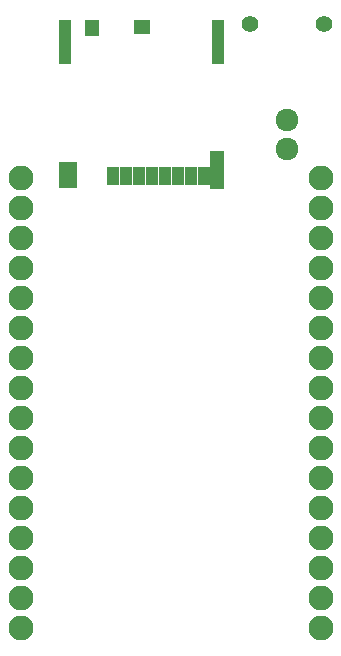
<source format=gbr>
G04 #@! TF.FileFunction,Soldermask,Bot*
%FSLAX46Y46*%
G04 Gerber Fmt 4.6, Leading zero omitted, Abs format (unit mm)*
G04 Created by KiCad (PCBNEW 4.0.7) date 07/17/18 10:36:10*
%MOMM*%
%LPD*%
G01*
G04 APERTURE LIST*
%ADD10C,0.100000*%
%ADD11R,1.100000X1.500000*%
%ADD12R,1.260000X3.200000*%
%ADD13R,1.100000X3.730000*%
%ADD14R,1.450000X1.180000*%
%ADD15R,1.300000X1.330000*%
%ADD16R,1.540000X2.230000*%
%ADD17C,1.924000*%
%ADD18C,2.120000*%
%ADD19C,1.400000*%
G04 APERTURE END LIST*
D10*
D11*
X102860000Y-88755000D03*
X101760000Y-88755000D03*
X100660000Y-88755000D03*
X99560000Y-88755000D03*
X98460000Y-88755000D03*
X97360000Y-88755000D03*
X96260000Y-88755000D03*
X95160000Y-88755000D03*
D12*
X103940000Y-88255000D03*
D13*
X104020000Y-77490000D03*
D14*
X97585000Y-76215000D03*
D15*
X93370000Y-76290000D03*
D13*
X91060000Y-77490000D03*
D16*
X91280000Y-88740000D03*
D17*
X109860000Y-84010000D03*
X109860000Y-86510000D03*
D18*
X112700000Y-88950000D03*
X112700000Y-91490000D03*
X112700000Y-94030000D03*
X112700000Y-96570000D03*
X112700000Y-99110000D03*
X112700000Y-101650000D03*
X112700000Y-104190000D03*
X112700000Y-106730000D03*
X112700000Y-109270000D03*
X112700000Y-111810000D03*
X112700000Y-114350000D03*
X112700000Y-116890000D03*
X112700000Y-119430000D03*
X112700000Y-121970000D03*
X112700000Y-124510000D03*
X112700000Y-127050000D03*
X87300000Y-88950000D03*
X87300000Y-91490000D03*
X87300000Y-94030000D03*
X87300000Y-96570000D03*
X87300000Y-99110000D03*
X87300000Y-101650000D03*
X87300000Y-104190000D03*
X87300000Y-106730000D03*
X87300000Y-109270000D03*
X87300000Y-111810000D03*
X87300000Y-114350000D03*
X87300000Y-116890000D03*
X87300000Y-119430000D03*
X87300000Y-121970000D03*
X87300000Y-124510000D03*
X87300000Y-127050000D03*
D19*
X106700000Y-75900000D03*
X113000000Y-75900000D03*
M02*

</source>
